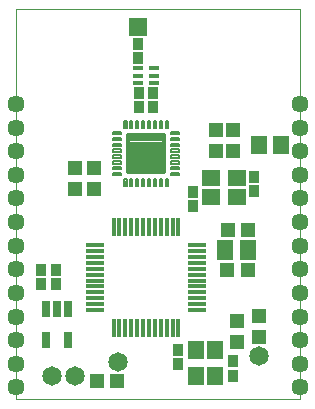
<source format=gts>
G75*
G70*
%OFA0B0*%
%FSLAX24Y24*%
%IPPOS*%
%LPD*%
%AMOC8*
5,1,8,0,0,1.08239X$1,22.5*
%
%ADD10C,0.0000*%
%ADD11R,0.0647X0.0155*%
%ADD12R,0.0155X0.0647*%
%ADD13C,0.0078*%
%ADD14C,0.0136*%
%ADD15R,0.0332X0.0175*%
%ADD16R,0.0608X0.0529*%
%ADD17R,0.0529X0.0608*%
%ADD18R,0.0348X0.0421*%
%ADD19R,0.0482X0.0470*%
%ADD20R,0.0273X0.0529*%
%ADD21R,0.0332X0.0411*%
%ADD22C,0.0572*%
%ADD23R,0.0470X0.0482*%
%ADD24R,0.0569X0.0687*%
%ADD25C,0.0647*%
%ADD26R,0.0569X0.0647*%
%ADD27R,0.0647X0.0647*%
D10*
X000505Y000937D02*
X000505Y013930D01*
X009954Y013930D01*
X009954Y000937D01*
X000505Y000937D01*
D11*
X003143Y003910D03*
X003143Y004107D03*
X003143Y004304D03*
X003143Y004500D03*
X003143Y004697D03*
X003143Y004894D03*
X003143Y005091D03*
X003143Y005288D03*
X003143Y005485D03*
X003143Y005681D03*
X003143Y005878D03*
X003143Y006075D03*
X006529Y006075D03*
X006529Y005878D03*
X006529Y005681D03*
X006529Y005485D03*
X006529Y005288D03*
X006529Y005091D03*
X006529Y004894D03*
X006529Y004697D03*
X006529Y004500D03*
X006529Y004304D03*
X006529Y004107D03*
X006529Y003910D03*
D12*
X005918Y003300D03*
X005722Y003300D03*
X005525Y003300D03*
X005328Y003300D03*
X005131Y003300D03*
X004934Y003300D03*
X004737Y003300D03*
X004540Y003300D03*
X004344Y003300D03*
X004147Y003300D03*
X003950Y003300D03*
X003753Y003300D03*
X003753Y006685D03*
X003950Y006685D03*
X004147Y006685D03*
X004344Y006685D03*
X004540Y006685D03*
X004737Y006685D03*
X004934Y006685D03*
X005131Y006685D03*
X005328Y006685D03*
X005525Y006685D03*
X005722Y006685D03*
X005918Y006685D03*
D13*
X005563Y008035D02*
X005487Y008035D01*
X005487Y008289D01*
X005563Y008289D01*
X005563Y008035D01*
X005563Y008112D02*
X005487Y008112D01*
X005487Y008189D02*
X005563Y008189D01*
X005563Y008266D02*
X005487Y008266D01*
X005366Y008035D02*
X005290Y008035D01*
X005290Y008289D01*
X005366Y008289D01*
X005366Y008035D01*
X005366Y008112D02*
X005290Y008112D01*
X005290Y008189D02*
X005366Y008189D01*
X005366Y008266D02*
X005290Y008266D01*
X005169Y008035D02*
X005093Y008035D01*
X005093Y008289D01*
X005169Y008289D01*
X005169Y008035D01*
X005169Y008112D02*
X005093Y008112D01*
X005093Y008189D02*
X005169Y008189D01*
X005169Y008266D02*
X005093Y008266D01*
X004972Y008035D02*
X004896Y008035D01*
X004896Y008289D01*
X004972Y008289D01*
X004972Y008035D01*
X004972Y008112D02*
X004896Y008112D01*
X004896Y008189D02*
X004972Y008189D01*
X004972Y008266D02*
X004896Y008266D01*
X004775Y008035D02*
X004699Y008035D01*
X004699Y008289D01*
X004775Y008289D01*
X004775Y008035D01*
X004775Y008112D02*
X004699Y008112D01*
X004699Y008189D02*
X004775Y008189D01*
X004775Y008266D02*
X004699Y008266D01*
X004578Y008035D02*
X004502Y008035D01*
X004502Y008289D01*
X004578Y008289D01*
X004578Y008035D01*
X004578Y008112D02*
X004502Y008112D01*
X004502Y008189D02*
X004578Y008189D01*
X004578Y008266D02*
X004502Y008266D01*
X004382Y008035D02*
X004306Y008035D01*
X004306Y008289D01*
X004382Y008289D01*
X004382Y008035D01*
X004382Y008112D02*
X004306Y008112D01*
X004306Y008189D02*
X004382Y008189D01*
X004382Y008266D02*
X004306Y008266D01*
X004185Y008035D02*
X004109Y008035D01*
X004109Y008289D01*
X004185Y008289D01*
X004185Y008035D01*
X004185Y008112D02*
X004109Y008112D01*
X004109Y008189D02*
X004185Y008189D01*
X004185Y008266D02*
X004109Y008266D01*
X003744Y008399D02*
X003744Y008475D01*
X003998Y008475D01*
X003998Y008399D01*
X003744Y008399D01*
X003744Y008596D02*
X003744Y008672D01*
X003998Y008672D01*
X003998Y008596D01*
X003744Y008596D01*
X003744Y008793D02*
X003744Y008869D01*
X003998Y008869D01*
X003998Y008793D01*
X003744Y008793D01*
X003744Y008990D02*
X003744Y009066D01*
X003998Y009066D01*
X003998Y008990D01*
X003744Y008990D01*
X003744Y009187D02*
X003744Y009263D01*
X003998Y009263D01*
X003998Y009187D01*
X003744Y009187D01*
X003744Y009384D02*
X003744Y009460D01*
X003998Y009460D01*
X003998Y009384D01*
X003744Y009384D01*
X003744Y009581D02*
X003744Y009657D01*
X003998Y009657D01*
X003998Y009581D01*
X003744Y009581D01*
X003744Y009777D02*
X003744Y009853D01*
X003998Y009853D01*
X003998Y009777D01*
X003744Y009777D01*
X004109Y009964D02*
X004185Y009964D01*
X004109Y009964D02*
X004109Y010218D01*
X004185Y010218D01*
X004185Y009964D01*
X004185Y010041D02*
X004109Y010041D01*
X004109Y010118D02*
X004185Y010118D01*
X004185Y010195D02*
X004109Y010195D01*
X004306Y009964D02*
X004382Y009964D01*
X004306Y009964D02*
X004306Y010218D01*
X004382Y010218D01*
X004382Y009964D01*
X004382Y010041D02*
X004306Y010041D01*
X004306Y010118D02*
X004382Y010118D01*
X004382Y010195D02*
X004306Y010195D01*
X004502Y009964D02*
X004578Y009964D01*
X004502Y009964D02*
X004502Y010218D01*
X004578Y010218D01*
X004578Y009964D01*
X004578Y010041D02*
X004502Y010041D01*
X004502Y010118D02*
X004578Y010118D01*
X004578Y010195D02*
X004502Y010195D01*
X004699Y009964D02*
X004775Y009964D01*
X004699Y009964D02*
X004699Y010218D01*
X004775Y010218D01*
X004775Y009964D01*
X004775Y010041D02*
X004699Y010041D01*
X004699Y010118D02*
X004775Y010118D01*
X004775Y010195D02*
X004699Y010195D01*
X004896Y009964D02*
X004972Y009964D01*
X004896Y009964D02*
X004896Y010218D01*
X004972Y010218D01*
X004972Y009964D01*
X004972Y010041D02*
X004896Y010041D01*
X004896Y010118D02*
X004972Y010118D01*
X004972Y010195D02*
X004896Y010195D01*
X005093Y009964D02*
X005169Y009964D01*
X005093Y009964D02*
X005093Y010218D01*
X005169Y010218D01*
X005169Y009964D01*
X005169Y010041D02*
X005093Y010041D01*
X005093Y010118D02*
X005169Y010118D01*
X005169Y010195D02*
X005093Y010195D01*
X005290Y009964D02*
X005366Y009964D01*
X005290Y009964D02*
X005290Y010218D01*
X005366Y010218D01*
X005366Y009964D01*
X005366Y010041D02*
X005290Y010041D01*
X005290Y010118D02*
X005366Y010118D01*
X005366Y010195D02*
X005290Y010195D01*
X005487Y009964D02*
X005563Y009964D01*
X005487Y009964D02*
X005487Y010218D01*
X005563Y010218D01*
X005563Y009964D01*
X005563Y010041D02*
X005487Y010041D01*
X005487Y010118D02*
X005563Y010118D01*
X005563Y010195D02*
X005487Y010195D01*
X005673Y009853D02*
X005673Y009777D01*
X005673Y009853D02*
X005927Y009853D01*
X005927Y009777D01*
X005673Y009777D01*
X005673Y009657D02*
X005673Y009581D01*
X005673Y009657D02*
X005927Y009657D01*
X005927Y009581D01*
X005673Y009581D01*
X005673Y009460D02*
X005673Y009384D01*
X005673Y009460D02*
X005927Y009460D01*
X005927Y009384D01*
X005673Y009384D01*
X005673Y009263D02*
X005673Y009187D01*
X005673Y009263D02*
X005927Y009263D01*
X005927Y009187D01*
X005673Y009187D01*
X005673Y009066D02*
X005673Y008990D01*
X005673Y009066D02*
X005927Y009066D01*
X005927Y008990D01*
X005673Y008990D01*
X005673Y008869D02*
X005673Y008793D01*
X005673Y008869D02*
X005927Y008869D01*
X005927Y008793D01*
X005673Y008793D01*
X005673Y008672D02*
X005673Y008596D01*
X005673Y008672D02*
X005927Y008672D01*
X005927Y008596D01*
X005673Y008596D01*
X005673Y008475D02*
X005673Y008399D01*
X005673Y008475D02*
X005927Y008475D01*
X005927Y008399D01*
X005673Y008399D01*
D14*
X004226Y008516D02*
X004226Y009736D01*
X005446Y009736D01*
X005446Y008516D01*
X004226Y008516D01*
X004226Y008651D02*
X005446Y008651D01*
X005446Y008786D02*
X004226Y008786D01*
X004226Y008921D02*
X005446Y008921D01*
X005446Y009056D02*
X004226Y009056D01*
X004226Y009191D02*
X005446Y009191D01*
X005446Y009326D02*
X004226Y009326D01*
X004226Y009461D02*
X005446Y009461D01*
X005446Y009596D02*
X004226Y009596D01*
X004226Y009731D02*
X005446Y009731D01*
D15*
X005092Y011469D03*
X005092Y011725D03*
X005092Y011981D03*
X004580Y011981D03*
X004580Y011725D03*
X004580Y011469D03*
D16*
X007001Y008300D03*
X007001Y007670D03*
X007867Y007670D03*
X007867Y008300D03*
D17*
X007119Y002591D03*
X006489Y002591D03*
X006489Y001725D03*
X007119Y001725D03*
D18*
X007729Y001725D03*
X007729Y002197D03*
X005918Y002119D03*
X005918Y002591D03*
X006391Y007374D03*
X006391Y007847D03*
X008438Y007867D03*
X008438Y008339D03*
X005072Y010662D03*
X005072Y011134D03*
X004599Y011134D03*
X004599Y010662D03*
X004580Y012315D03*
X004580Y012788D03*
D19*
X007178Y009904D03*
X007729Y009904D03*
X007729Y009215D03*
X007178Y009215D03*
X003103Y008644D03*
X003103Y007955D03*
X002454Y007955D03*
X002454Y008644D03*
X007867Y003546D03*
X007867Y002857D03*
X008615Y003014D03*
X008615Y003703D03*
D20*
X002237Y003949D03*
X001863Y003949D03*
X001489Y003949D03*
X001489Y002926D03*
X002237Y002926D03*
D21*
X001844Y004776D03*
X001844Y005248D03*
X001332Y005248D03*
X001332Y004776D03*
D22*
X000505Y004481D03*
X000505Y003693D03*
X000505Y002906D03*
X000505Y002119D03*
X000505Y001331D03*
X000505Y005268D03*
X000505Y006056D03*
X000505Y006843D03*
X000505Y007630D03*
X000505Y008418D03*
X000505Y009205D03*
X000505Y009993D03*
X000505Y010780D03*
X009954Y010780D03*
X009954Y009993D03*
X009954Y009205D03*
X009954Y008418D03*
X009954Y007630D03*
X009954Y006843D03*
X009954Y006056D03*
X009954Y005268D03*
X009954Y004481D03*
X009954Y003693D03*
X009954Y002906D03*
X009954Y002119D03*
X009954Y001331D03*
D23*
X008231Y005229D03*
X007542Y005229D03*
X007562Y006587D03*
X008251Y006587D03*
X003881Y001548D03*
X003192Y001548D03*
D24*
X007454Y005918D03*
X008241Y005918D03*
D25*
X008615Y002394D03*
X003911Y002178D03*
X002474Y001725D03*
X001686Y001725D03*
D26*
X008596Y009402D03*
X009344Y009402D03*
D27*
X004580Y013359D03*
M02*

</source>
